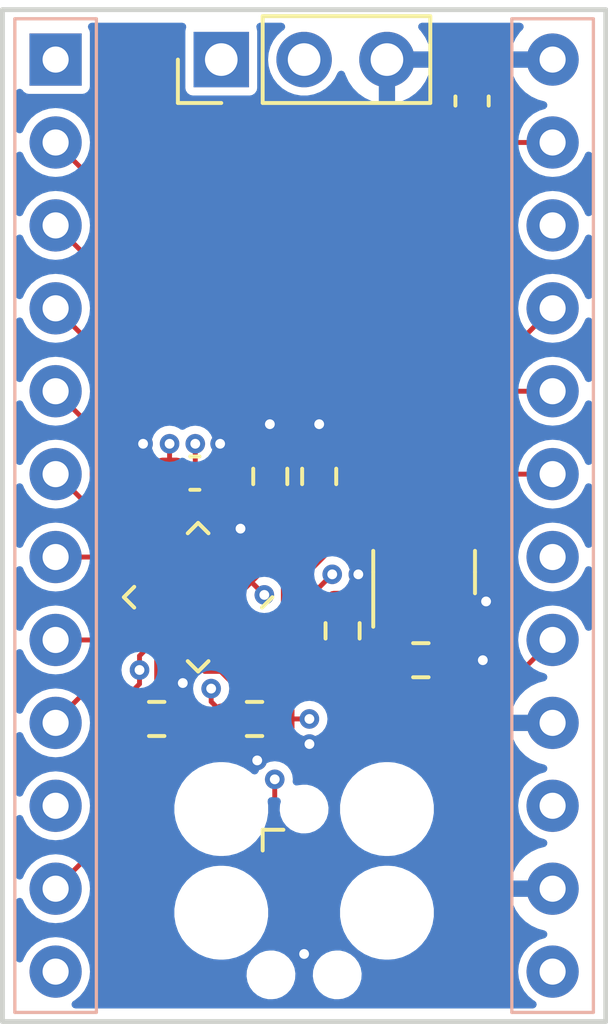
<source format=kicad_pcb>
(kicad_pcb (version 20221018) (generator pcbnew)
  (title_block (title "Bosch KF164 PLL EPROM Replacement") (date "2023-11-17") (rev "2") (company "CommSplice.com") (comment 1 "Robin Olejnik"))
  (layers (0 "F.Cu" signal) (1 "In1.Cu" signal) (2 "In2.Cu" signal) (31 "B.Cu" signal) (34 "B.Paste" user) (35 "F.Paste" user) (36 "B.SilkS" user "B.Silkscreen") (37 "F.SilkS" user "F.Silkscreen") (38 "B.Mask" user) (39 "F.Mask" user) (44 "Edge.Cuts" user))
  (net 0 "")
  (net 1 "+5V")
  (net 2 "GND")
  (net 3 "SWIO")
  (net 4 "RESET")
  (net 7 "SQL")
  (net 8 "A1")
  (net 9 "A0")
  (net 10 "D0")
  (net 11 "D1")
  (net 12 "D2")
  (net 13 "D3")
  (net 14 "D4")
  (net 15 "D5")
  (net 16 "D7")
  (net 17 "PTT_SENSE")
  (net 18 "PTT_OUT")
  (net 19 "TXD")
  (net 20 "RXD")
  (net 21 "DAC")
  (net 22 "ADC")
  (net 23 "Net-(Q1-G)")
  (net 24 "PTT")
  (footprint "Resistor_SMD:R_0603_1608Metric" (layer "F.Cu") (at 145.3175 97.73 180)
    (fp_text reference "R1" hide)
    (fp_text value "47k" hide)
    (fp_line (start -0.237258 -0.5225) (end 0.237258 -0.5225) (stroke (width 0.12)) (layer "F.SilkS"))
    (fp_line (start -0.237258 0.5225) (end 0.237258 0.5225) (stroke (width 0.12)) (layer "F.SilkS"))
    (pad "1" smd roundrect (at -0.825 0 180) (size 0.8 0.95) (layers "F.Cu" "F.Paste" "F.Mask") (net 1 "+5V"))
    (pad "2" smd roundrect (at 0.825 0 180) (size 0.8 0.95) (layers "F.Cu" "F.Paste" "F.Mask") (net 4 "RESET"))
  )
  (footprint "Capacitor_SMD:C_0603_1608Metric" (layer "F.Cu") (at 143.4875 90.2)
    (fp_text reference "C1" hide)
    (fp_text value "100n" hide)
    (fp_line (start -0.14058 -0.51) (end 0.14058 -0.51) (stroke (width 0.12)) (layer "F.SilkS"))
    (fp_line (start -0.14058 0.51) (end 0.14058 0.51) (stroke (width 0.12)) (layer "F.SilkS"))
    (pad "1" smd roundrect (at -0.775 0) (size 0.9 0.95) (layers "F.Cu" "F.Paste" "F.Mask") (net 1 "+5V"))
    (pad "2" smd roundrect (at 0.775 0) (size 0.9 0.95) (layers "F.Cu" "F.Paste" "F.Mask") (net 2 "GND"))
  )
  (footprint "Connector:Tag-Connect_TC2030-IDC-FP_2x03_P1.27mm_Vertical" (layer "F.Cu") (at 146.8375 103.03 -90)
    (fp_text reference "J1" hide)
    (fp_text value "Conn_ARM_SWD_TagConnect_TC2030-NL" hide)
    (fp_line (start -1.905 1.27) (end -1.905 0.635) (stroke (width 0.12)) (layer "F.SilkS"))
    (fp_line (start -1.27 1.27) (end -1.905 1.27) (stroke (width 0.12)) (layer "F.SilkS"))
    (pad "" np_thru_hole circle locked (at -2.54 -2.54 270) (size 2.3749 2.3749) (drill 2.3749) (layers "*.Cu" "*.Mask"))
    (pad "" np_thru_hole circle locked (at -2.54 0 270) (size 0.9906 0.9906) (drill 0.9906) (layers "*.Cu" "*.Mask"))
    (pad "" np_thru_hole circle locked (at -2.54 2.54 270) (size 2.3749 2.3749) (drill 2.3749) (layers "*.Cu" "*.Mask"))
    (pad "" np_thru_hole circle locked (at 0.635 -2.54 270) (size 2.3749 2.3749) (drill 2.3749) (layers "*.Cu" "*.Mask"))
    (pad "" np_thru_hole circle locked (at 0.635 2.54 270) (size 2.3749 2.3749) (drill 2.3749) (layers "*.Cu" "*.Mask"))
    (pad "" np_thru_hole circle locked (at 2.54 -1.016 270) (size 0.9906 0.9906) (drill 0.9906) (layers "*.Cu" "*.Mask"))
    (pad "" np_thru_hole circle locked (at 2.54 1.016 270) (size 0.9906 0.9906) (drill 0.9906) (layers "*.Cu" "*.Mask"))
    (pad "1" connect circle locked (at -1.27 0.635 270) (size 0.7874 0.7874) (layers "F.Cu" "F.Mask") (net 1 "+5V"))
    (pad "2" connect circle locked (at -1.27 -0.635 270) (size 0.7874 0.7874) (layers "F.Cu" "F.Mask") (net 3 "SWIO"))
    (pad "3" connect circle locked (at 0 0.635 270) (size 0.7874 0.7874) (layers "F.Cu" "F.Mask") (net 4 "RESET"))
    (pad "4" connect circle locked (at 0 -0.635 270) (size 0.7874 0.7874) (layers "F.Cu" "F.Mask"))
    (pad "5" connect circle locked (at 1.27 0.635 270) (size 0.7874 0.7874) (layers "F.Cu" "F.Mask") (net 2 "GND"))
    (pad "6" connect circle locked (at 1.27 -0.635 270) (size 0.7874 0.7874) (layers "F.Cu" "F.Mask"))
  )
  (footprint "Package_DFN_QFN:WQFN-20-1EP_3x3mm_P0.4mm_EP1.7x1.7mm" (layer "F.Cu") (at 143.5875 94 -135)
    (fp_text reference "U1" hide)
    (fp_text value "CH32V003F4U6" hide)
    (fp_line (start -1.61 1.61) (end -1.61 1.16) (stroke (width 0.12)) (layer "F.SilkS"))
    (fp_line (start -1.16 -1.61) (end -1.61 -1.61) (stroke (width 0.12)) (layer "F.SilkS"))
    (fp_line (start -1.16 1.61) (end -1.61 1.61) (stroke (width 0.12)) (layer "F.SilkS"))
    (fp_line (start 1.16 -1.61) (end 1.61 -1.61) (stroke (width 0.12)) (layer "F.SilkS"))
    (fp_line (start 1.16 1.61) (end 1.61 1.61) (stroke (width 0.12)) (layer "F.SilkS"))
    (fp_line (start 1.61 -1.61) (end 1.61 -1.16) (stroke (width 0.12)) (layer "F.SilkS"))
    (fp_line (start 1.61 1.61) (end 1.61 1.16) (stroke (width 0.12)) (layer "F.SilkS"))
    (pad "1" smd roundrect (at -1.4625 -0.8 225) (size 0.825 0.2) (layers "F.Cu" "F.Paste" "F.Mask") (net 4 "RESET"))
    (pad "2" smd roundrect (at -1.4625 -0.4 225) (size 0.825 0.2) (layers "F.Cu" "F.Paste" "F.Mask") (net 8 "A1"))
    (pad "3" smd roundrect (at -1.4625 0 225) (size 0.825 0.2) (layers "F.Cu" "F.Paste" "F.Mask") (net 9 "A0"))
    (pad "4" smd roundrect (at -1.4625 0.4 225) (size 0.825 0.2) (layers "F.Cu" "F.Paste" "F.Mask") (net 2 "GND"))
    (pad "5" smd roundrect (at -1.4625 0.8 225) (size 0.825 0.2) (layers "F.Cu" "F.Paste" "F.Mask") (net 21 "DAC"))
    (pad "6" smd roundrect (at -0.8 1.4625 225) (size 0.2 0.825) (layers "F.Cu" "F.Paste" "F.Mask") (net 1 "+5V"))
    (pad "7" smd roundrect (at -0.4 1.4625 225) (size 0.2 0.825) (layers "F.Cu" "F.Paste" "F.Mask") (net 10 "D0"))
    (pad "8" smd roundrect (at 0 1.4625 225) (size 0.2 0.825) (layers "F.Cu" "F.Paste" "F.Mask") (net 11 "D1"))
    (pad "9" smd roundrect (at 0.4 1.4625 225) (size 0.2 0.825) (layers "F.Cu" "F.Paste" "F.Mask") (net 12 "D2"))
    (pad "10" smd roundrect (at 0.8 1.4625 225) (size 0.2 0.825) (layers "F.Cu" "F.Paste" "F.Mask") (net 13 "D3"))
    (pad "11" smd roundrect (at 1.4625 0.8 225) (size 0.825 0.2) (layers "F.Cu" "F.Paste" "F.Mask") (net 14 "D4"))
    (pad "12" smd roundrect (at 1.4625 0.4 225) (size 0.825 0.2) (layers "F.Cu" "F.Paste" "F.Mask") (net 15 "D5"))
    (pad "13" smd roundrect (at 1.4625 0 225) (size 0.825 0.2) (layers "F.Cu" "F.Paste" "F.Mask") (net 7 "SQL"))
    (pad "14" smd roundrect (at 1.4625 -0.4 225) (size 0.825 0.2) (layers "F.Cu" "F.Paste" "F.Mask") (net 16 "D7"))
    (pad "15" smd roundrect (at 1.4625 -0.8 225) (size 0.825 0.2) (layers "F.Cu" "F.Paste" "F.Mask") (net 3 "SWIO"))
    (pad "16" smd roundrect (at 0.8 -1.4625 225) (size 0.2 0.825) (layers "F.Cu" "F.Paste" "F.Mask") (net 17 "PTT_SENSE"))
    (pad "17" smd roundrect (at 0.4 -1.4625 225) (size 0.2 0.825) (layers "F.Cu" "F.Paste" "F.Mask") (net 24 "PTT"))
    (pad "18" smd roundrect (at 0 -1.4625 225) (size 0.2 0.825) (layers "F.Cu" "F.Paste" "F.Mask") (net 22 "ADC"))
    (pad "19" smd roundrect (at -0.4 -1.4625 225) (size 0.2 0.825) (layers "F.Cu" "F.Paste" "F.Mask") (net 19 "TXD"))
    (pad "20" smd roundrect (at -0.8 -1.4625 225) (size 0.2 0.825) (layers "F.Cu" "F.Paste" "F.Mask") (net 20 "RXD"))
    (pad "21" smd rect (at 0 0 225) (size 1.7 1.7) (layers "F.Cu" "F.Mask") (net 2 "GND"))
  )
  (footprint "Resistor_SMD:R_0603_1608Metric" (layer "F.Cu") (at 148.0175 95.03 90)
    (fp_text reference "R5" hide)
    (fp_text value "47k" hide)
    (fp_line (start -0.237258 -0.5225) (end 0.237258 -0.5225) (stroke (width 0.12)) (layer "F.SilkS"))
    (fp_line (start -0.237258 0.5225) (end 0.237258 0.5225) (stroke (width 0.12)) (layer "F.SilkS"))
    (pad "1" smd roundrect (at -0.825 0 90) (size 0.8 0.95) (layers "F.Cu" "F.Paste" "F.Mask") (net 24 "PTT"))
    (pad "2" smd roundrect (at 0.825 0 90) (size 0.8 0.95) (layers "F.Cu" "F.Paste" "F.Mask") (net 23 "Net-(Q1-G)"))
  )
  (footprint "Resistor_SMD:R_0603_1608Metric" (layer "F.Cu") (at 147.3 90.3 90)
    (fp_text reference "R3" hide)
    (fp_text value "47k" hide)
    (fp_line (start -0.237258 -0.5225) (end 0.237258 -0.5225) (stroke (width 0.12)) (layer "F.SilkS"))
    (fp_line (start -0.237258 0.5225) (end 0.237258 0.5225) (stroke (width 0.12)) (layer "F.SilkS"))
    (pad "1" smd roundrect (at -0.825 0 90) (size 0.8 0.95) (layers "F.Cu" "F.Paste" "F.Mask") (net 8 "A1"))
    (pad "2" smd roundrect (at 0.825 0 90) (size 0.8 0.95) (layers "F.Cu" "F.Paste" "F.Mask") (net 2 "GND"))
  )
  (footprint "Package_DIP:DIP-24_W15.24mm_Socket" (layer "F.Cu") (at 139.2175 77.53)
    (fp_text reference "J2" hide)
    (fp_text value "CPD18U42CD" hide)
    (fp_line (start -1.25 -1.25) (end -1.25 29.19) (stroke (width 0.1)) (layer "B.SilkS"))
    (fp_line (start -1.25 -1.25) (end 1.25 -1.25) (stroke (width 0.1)) (layer "B.SilkS"))
    (fp_line (start -1.25 29.19) (end 1.25 29.19) (stroke (width 0.1)) (layer "B.SilkS"))
    (fp_line (start 1.25 29.19) (end 1.25 -1.25) (stroke (width 0.1)) (layer "B.SilkS"))
    (fp_line (start 13.99 -1.25) (end 13.99 29.19) (stroke (width 0.1)) (layer "B.SilkS"))
    (fp_line (start 13.99 -1.25) (end 16.49 -1.25) (stroke (width 0.1)) (layer "B.SilkS"))
    (fp_line (start 13.99 29.19) (end 16.49 29.19) (stroke (width 0.1)) (layer "B.SilkS"))
    (fp_line (start 16.49 29.19) (end 16.49 -1.25) (stroke (width 0.1)) (layer "B.SilkS"))
    (pad "1" thru_hole rect locked (at 0 0) (size 1.6 1.6) (drill 0.8) (layers "*.Cu" "*.Mask") (net 7 "SQL"))
    (pad "2" thru_hole oval locked (at 0 2.54) (size 1.6 1.6) (drill 0.8) (layers "*.Cu" "*.Mask") (net 8 "A1"))
    (pad "3" thru_hole oval locked (at 0 5.08) (size 1.6 1.6) (drill 0.8) (layers "*.Cu" "*.Mask") (net 9 "A0"))
    (pad "4" thru_hole oval locked (at 0 7.62) (size 1.6 1.6) (drill 0.8) (layers "*.Cu" "*.Mask") (net 10 "D0"))
    (pad "5" thru_hole oval locked (at 0 10.16) (size 1.6 1.6) (drill 0.8) (layers "*.Cu" "*.Mask") (net 11 "D1"))
    (pad "6" thru_hole oval locked (at 0 12.7) (size 1.6 1.6) (drill 0.8) (layers "*.Cu" "*.Mask") (net 12 "D2"))
    (pad "7" thru_hole oval locked (at 0 15.24) (size 1.6 1.6) (drill 0.8) (layers "*.Cu" "*.Mask") (net 13 "D3"))
    (pad "8" thru_hole oval locked (at 0 17.78) (size 1.6 1.6) (drill 0.8) (layers "*.Cu" "*.Mask") (net 14 "D4"))
    (pad "9" thru_hole oval locked (at 0 20.32) (size 1.6 1.6) (drill 0.8) (layers "*.Cu" "*.Mask") (net 15 "D5"))
    (pad "10" thru_hole oval locked (at 0 22.86) (size 1.6 1.6) (drill 0.8) (layers "*.Cu" "*.Mask"))
    (pad "11" thru_hole oval locked (at 0 25.4) (size 1.6 1.6) (drill 0.8) (layers "*.Cu" "*.Mask") (net 16 "D7"))
    (pad "12" thru_hole oval locked (at 0 27.94) (size 1.6 1.6) (drill 0.8) (layers "*.Cu" "*.Mask") (net 1 "+5V"))
    (pad "13" thru_hole oval locked (at 15.24 27.94) (size 1.6 1.6) (drill 0.8) (layers "*.Cu" "*.Mask") (net 1 "+5V"))
    (pad "14" thru_hole oval locked (at 15.24 25.4) (size 1.6 1.6) (drill 0.8) (layers "*.Cu" "*.Mask") (net 2 "GND"))
    (pad "15" thru_hole oval locked (at 15.24 22.86) (size 1.6 1.6) (drill 0.8) (layers "*.Cu" "*.Mask") (net 1 "+5V"))
    (pad "16" thru_hole oval locked (at 15.24 20.32) (size 1.6 1.6) (drill 0.8) (layers "*.Cu" "*.Mask") (net 2 "GND"))
    (pad "17" thru_hole oval locked (at 15.24 17.78) (size 1.6 1.6) (drill 0.8) (layers "*.Cu" "*.Mask") (net 17 "PTT_SENSE"))
    (pad "18" thru_hole oval locked (at 15.24 15.24) (size 1.6 1.6) (drill 0.8) (layers "*.Cu" "*.Mask"))
    (pad "19" thru_hole oval locked (at 15.24 12.7) (size 1.6 1.6) (drill 0.8) (layers "*.Cu" "*.Mask") (net 18 "PTT_OUT"))
    (pad "20" thru_hole oval locked (at 15.24 10.16) (size 1.6 1.6) (drill 0.8) (layers "*.Cu" "*.Mask") (net 19 "TXD"))
    (pad "21" thru_hole oval locked (at 15.24 7.62) (size 1.6 1.6) (drill 0.8) (layers "*.Cu" "*.Mask") (net 20 "RXD"))
    (pad "22" thru_hole oval locked (at 15.24 5.08) (size 1.6 1.6) (drill 0.8) (layers "*.Cu" "*.Mask") (net 1 "+5V"))
    (pad "23" thru_hole oval locked (at 15.24 2.54) (size 1.6 1.6) (drill 0.8) (layers "*.Cu" "*.Mask") (net 1 "+5V"))
    (pad "24" thru_hole oval locked (at 15.24 0) (size 1.6 1.6) (drill 0.8) (layers "*.Cu" "*.Mask") (net 2 "GND"))
  )
  (footprint "Resistor_SMD:R_0603_1608Metric" (layer "F.Cu") (at 145.8 90.3 90)
    (fp_text reference "R2" hide)
    (fp_text value "47k" hide)
    (fp_line (start -0.237258 -0.5225) (end 0.237258 -0.5225) (stroke (width 0.12)) (layer "F.SilkS"))
    (fp_line (start -0.237258 0.5225) (end 0.237258 0.5225) (stroke (width 0.12)) (layer "F.SilkS"))
    (pad "1" smd roundrect (at -0.825 0 90) (size 0.8 0.95) (layers "F.Cu" "F.Paste" "F.Mask") (net 9 "A0"))
    (pad "2" smd roundrect (at 0.825 0 90) (size 0.8 0.95) (layers "F.Cu" "F.Paste" "F.Mask") (net 2 "GND"))
  )
  (footprint "Package_TO_SOT_SMD:SOT-23" (layer "F.Cu") (at 150.5175 93.23 90)
    (fp_text reference "Q1" hide)
    (fp_text value "AO3400A" hide)
    (fp_line (start 0 -1.56) (end -1.675 -1.56) (stroke (width 0.12)) (layer "F.SilkS"))
    (fp_line (start 0 -1.56) (end 0.65 -1.56) (stroke (width 0.12)) (layer "F.SilkS"))
    (fp_line (start 0 1.56) (end -0.65 1.56) (stroke (width 0.12)) (layer "F.SilkS"))
    (fp_line (start 0 1.56) (end 0.65 1.56) (stroke (width 0.12)) (layer "F.SilkS"))
    (pad "1" smd roundrect (at -0.9375 -0.95 90) (size 1.475 0.6) (layers "F.Cu" "F.Paste" "F.Mask") (net 23 "Net-(Q1-G)"))
    (pad "2" smd roundrect (at -0.9375 0.95 90) (size 1.475 0.6) (layers "F.Cu" "F.Paste" "F.Mask") (net 2 "GND"))
    (pad "3" smd roundrect (at 0.9375 0 90) (size 1.475 0.6) (layers "F.Cu" "F.Paste" "F.Mask") (net 18 "PTT_OUT"))
  )
  (footprint "Capacitor_SMD:C_0603_1608Metric" (layer "F.Cu") (at 151.9875 78.8 90)
    (fp_text reference "C2" hide)
    (fp_text value "10u" hide)
    (fp_line (start -0.14058 -0.51) (end 0.14058 -0.51) (stroke (width 0.12)) (layer "F.SilkS"))
    (fp_line (start -0.14058 0.51) (end 0.14058 0.51) (stroke (width 0.12)) (layer "F.SilkS"))
    (pad "1" smd roundrect (at -0.775 0 90) (size 0.9 0.95) (layers "F.Cu" "F.Paste" "F.Mask") (net 1 "+5V"))
    (pad "2" smd roundrect (at 0.775 0 90) (size 0.9 0.95) (layers "F.Cu" "F.Paste" "F.Mask") (net 2 "GND"))
  )
  (footprint "Resistor_SMD:R_0603_1608Metric" (layer "F.Cu") (at 150.4175 95.93)
    (fp_text reference "R6" hide)
    (fp_text value "47k" hide)
    (fp_line (start -0.237258 -0.5225) (end 0.237258 -0.5225) (stroke (width 0.12)) (layer "F.SilkS"))
    (fp_line (start -0.237258 0.5225) (end 0.237258 0.5225) (stroke (width 0.12)) (layer "F.SilkS"))
    (pad "1" smd roundrect (at -0.825 0) (size 0.8 0.95) (layers "F.Cu" "F.Paste" "F.Mask") (net 23 "Net-(Q1-G)"))
    (pad "2" smd roundrect (at 0.825 0) (size 0.8 0.95) (layers "F.Cu" "F.Paste" "F.Mask") (net 2 "GND"))
  )
  (footprint "Connector_PinHeader_2.54mm:PinHeader_1x03_P2.54mm_Vertical" (layer "F.Cu") (at 144.2975 77.53 90)
    (fp_text reference "J4" hide)
    (fp_text value "audio" hide)
    (fp_line (start -1.33 -1.33) (end 0 -1.33) (stroke (width 0.12)) (layer "F.SilkS"))
    (fp_line (start -1.33 0) (end -1.33 -1.33) (stroke (width 0.12)) (layer "F.SilkS"))
    (fp_line (start -1.33 1.27) (end -1.33 6.41) (stroke (width 0.12)) (layer "F.SilkS"))
    (fp_line (start -1.33 1.27) (end 1.33 1.27) (stroke (width 0.12)) (layer "F.SilkS"))
    (fp_line (start -1.33 6.41) (end 1.33 6.41) (stroke (width 0.12)) (layer "F.SilkS"))
    (fp_line (start 1.33 1.27) (end 1.33 6.41) (stroke (width 0.12)) (layer "F.SilkS"))
    (pad "1" thru_hole rect locked (at 0 0 90) (size 1.7 1.7) (drill 1) (layers "*.Cu" "*.Mask") (net 21 "DAC"))
    (pad "2" thru_hole oval locked (at 0 2.54 90) (size 1.7 1.7) (drill 1) (layers "*.Cu" "*.Mask") (net 22 "ADC"))
    (pad "3" thru_hole oval locked (at 0 5.08 90) (size 1.7 1.7) (drill 1) (layers "*.Cu" "*.Mask") (net 2 "GND"))
  )
  (footprint "Resistor_SMD:R_0603_1608Metric" (layer "F.Cu") (at 142.3175 97.73)
    (fp_text reference "R4" hide)
    (fp_text value "47k" hide)
    (fp_line (start -0.237258 -0.5225) (end 0.237258 -0.5225) (stroke (width 0.12)) (layer "F.SilkS"))
    (fp_line (start -0.237258 0.5225) (end 0.237258 0.5225) (stroke (width 0.12)) (layer "F.SilkS"))
    (pad "1" smd roundrect (at -0.825 0) (size 0.8 0.95) (layers "F.Cu" "F.Paste" "F.Mask") (net 7 "SQL"))
    (pad "2" smd roundrect (at 0.825 0) (size 0.8 0.95) (layers "F.Cu" "F.Paste" "F.Mask") (net 2 "GND"))
  )
  (gr_line (start 137.5875 76) (end 156.0875 76) (stroke (width 0.15)) (layer "Edge.Cuts"))
  (gr_line (start 137.5875 107) (end 137.5875 76) (stroke (width 0.15)) (layer "Edge.Cuts"))
  (gr_line (start 156.0875 76) (end 156.0875 107) (stroke (width 0.15)) (layer "Edge.Cuts"))
  (gr_line (start 156.0875 107) (end 137.5875 107) (stroke (width 0.15)) (layer "Edge.Cuts"))
  (segment (start 145.9375 100.98) (end 145.9375 99.58) (width 0.15) (layer "F.Cu") (net 1))
  (segment (start 146.2025 101.76) (end 146.2025 101.245) (width 0.15) (layer "F.Cu") (net 1))
  (segment (start 147 97.73) (end 146.1425 97.73) (width 0.15) (layer "F.Cu") (net 1))
  (segment (start 146.2025 101.245) (end 145.9375 100.98) (width 0.15) (layer "F.Cu") (net 1))
  (segment (start 153.27 80.07) (end 152.775 79.575) (width 0.15) (layer "F.Cu") (net 1))
  (segment (start 142.7125 90.2) (end 142.7125 91.993629) (width 0.15) (layer "F.Cu") (net 1))
  (segment (start 152.775 79.575) (end 151.9875 79.575) (width 0.15) (layer "F.Cu") (net 1))
  (segment (start 142.7125 89.3) (end 142.7125 90.2) (width 0.15) (layer "F.Cu") (net 1))
  (segment (start 142.7125 91.993629) (end 143.119042 92.400171) (width 0.15) (layer "F.Cu") (net 1))
  (segment (start 154.4575 80.07) (end 153.27 80.07) (width 0.15) (layer "F.Cu") (net 1))
  (via (at 142.7125 89.3) (size 0.6) (drill 0.3) (layers "F.Cu" "B.Cu") (net 1))
  (via (at 145.9375 99.58) (size 0.6) (drill 0.3) (layers "F.Cu" "B.Cu") (net 1))
  (via (at 147 97.73) (size 0.6) (drill 0.3) (layers "F.Cu" "B.Cu") (net 1))
  (segment (start 144.338801 92.683014) (end 143.5875 93.434315) (width 0.15) (layer "F.Cu") (net 2))
  (segment (start 144.8875 91.9) (end 144.2625 91.275) (width 0.15) (layer "F.Cu") (net 2))
  (segment (start 143.1425 96.655) (end 143.1175 96.63) (width 0.15) (layer "F.Cu") (net 2))
  (segment (start 146.2025 104.3) (end 146.2075 104.3) (width 0.15) (layer "F.Cu") (net 2))
  (segment (start 146.2075 104.3) (end 146.8375 104.93) (width 0.15) (layer "F.Cu") (net 2))
  (segment (start 144.8875 92.134315) (end 144.338801 92.683014) (width 0.15) (layer "F.Cu") (net 2))
  (segment (start 145.7875 89.4625) (end 145.7875 88.7) (width 0.15) (layer "F.Cu") (net 2))
  (segment (start 145.8 89.475) (end 145.7875 89.4625) (width 0.15) (layer "F.Cu") (net 2))
  (segment (start 152.38 94.1675) (end 152.4175 94.13) (width 0.15) (layer "F.Cu") (net 2))
  (segment (start 153.27 77.53) (end 152.775 78.025) (width 0.15) (layer "F.Cu") (net 2))
  (segment (start 147.3 88.7) (end 147.3 89.475) (width 0.15) (layer "F.Cu") (net 2))
  (segment (start 144.2625 91.275) (end 144.2625 90.2) (width 0.15) (layer "F.Cu") (net 2))
  (segment (start 151.4675 94.1675) (end 152.38 94.1675) (width 0.15) (layer "F.Cu") (net 2))
  (segment (start 151.2425 95.93) (end 152.3175 95.93) (width 0.15) (layer "F.Cu") (net 2))
  (segment (start 152.775 78.025) (end 151.9875 78.025) (width 0.15) (layer "F.Cu") (net 2))
  (segment (start 143.5875 93.434315) (end 143.5875 94) (width 0.15) (layer "F.Cu") (net 2))
  (segment (start 154.4575 77.53) (end 153.27 77.53) (width 0.15) (layer "F.Cu") (net 2))
  (segment (start 144.2625 89.3) (end 144.2625 90.2) (width 0.15) (layer "F.Cu") (net 2))
  (segment (start 144.8875 91.9) (end 144.8875 92.134315) (width 0.15) (layer "F.Cu") (net 2))
  (segment (start 143.1425 97.73) (end 143.1425 96.655) (width 0.15) (layer "F.Cu") (net 2))
  (via (at 141.9 89.3) (size 0.6) (drill 0.3) (layers "F.Cu" "B.Cu") (net 2))
  (via (at 148.5 93.3) (size 0.6) (drill 0.3) (layers "F.Cu" "B.Cu") (net 2))
  (via (at 145.4 99) (size 0.6) (drill 0.3) (layers "F.Cu" "B.Cu") (net 2))
  (via (at 152.4175 94.13) (size 0.6) (drill 0.3) (layers "F.Cu" "B.Cu") (net 2))
  (via (at 147.001193 98.49875) (size 0.6) (drill 0.3) (layers "F.Cu" "B.Cu") (net 2))
  (via (at 147.3 88.7) (size 0.6) (drill 0.3) (layers "F.Cu" "B.Cu") (net 2))
  (via (at 143.1175 96.63) (size 0.6) (drill 0.3) (layers "F.Cu" "B.Cu") (net 2))
  (via (at 152.3175 95.93) (size 0.6) (drill 0.3) (layers "F.Cu" "B.Cu") (net 2))
  (via (at 146.8375 104.93) (size 0.6) (drill 0.3) (layers "F.Cu" "B.Cu") (net 2))
  (via (at 144.2625 89.3) (size 0.6) (drill 0.3) (layers "F.Cu" "B.Cu") (net 2))
  (via (at 145.7875 88.7) (size 0.6) (drill 0.3) (layers "F.Cu" "B.Cu") (net 2))
  (via (at 144.8875 91.9) (size 0.6) (drill 0.3) (layers "F.Cu" "B.Cu") (net 2))
  (segment (start 147.7875 100.93) (end 147.7875 100.03) (width 0.15) (layer "F.Cu") (net 3))
  (segment (start 147.4725 101.245) (end 147.7875 100.93) (width 0.15) (layer "F.Cu") (net 3))
  (segment (start 147.4725 101.76) (end 147.4725 101.245) (width 0.15) (layer "F.Cu") (net 3))
  (segment (start 143.791813 96.2726) (end 143.119042 95.599829) (width 0.15) (layer "F.Cu") (net 3))
  (segment (start 146.08 98.88) (end 145.3375 98.1375) (width 0.15) (layer "F.Cu") (net 3))
  (segment (start 146.6375 98.88) (end 146.08 98.88) (width 0.15) (layer "F.Cu") (net 3))
  (segment (start 145.3375 98.1375) (end 145.3375 97.33) (width 0.15) (layer "F.Cu") (net 3))
  (segment (start 147.7875 100.03) (end 146.6375 98.88) (width 0.15) (layer "F.Cu") (net 3))
  (segment (start 144.2801 96.2726) (end 143.791813 96.2726) (width 0.15) (layer "F.Cu") (net 3))
  (segment (start 145.3375 97.33) (end 144.2801 96.2726) (width 0.15) (layer "F.Cu") (net 3))
  (segment (start 143.9875 97.2) (end 144.4925 97.705) (width 0.15) (layer "F.Cu") (net 4))
  (segment (start 145.219042 93.531542) (end 145.187329 93.531542) (width 0.15) (layer "F.Cu") (net 4))
  (segment (start 143.1875 102.08) (end 145.2525 102.08) (width 0.15) (layer "F.Cu") (net 4))
  (segment (start 145.6175 93.93) (end 145.219042 93.531542) (width 0.15) (layer "F.Cu") (net 4))
  (segment (start 142.4375 101.33) (end 143.1875 102.08) (width 0.15) (layer "F.Cu") (net 4))
  (segment (start 144.4925 97.705) (end 144.4925 97.73) (width 0.15) (layer "F.Cu") (net 4))
  (segment (start 145.2525 102.08) (end 146.2025 103.03) (width 0.15) (layer "F.Cu") (net 4))
  (segment (start 144.4925 97.73) (end 142.4375 99.785) (width 0.15) (layer "F.Cu") (net 4))
  (segment (start 143.9875 96.8) (end 143.9875 97.2) (width 0.15) (layer "F.Cu") (net 4))
  (segment (start 142.4375 99.785) (end 142.4375 101.33) (width 0.15) (layer "F.Cu") (net 4))
  (via (at 145.6175 93.93) (size 0.6) (drill 0.3) (layers "F.Cu" "B.Cu") (net 4))
  (via (at 143.9875 96.8) (size 0.6) (drill 0.3) (layers "F.Cu" "B.Cu") (net 4))
  (segment (start 141.4925 96.955) (end 141.4925 97.73) (width 0.15) (layer "F.Cu") (net 7))
  (segment (start 141.7906 96.23) (end 141.7906 96.6569) (width 0.15) (layer "F.Cu") (net 7))
  (segment (start 141.7906 95.7969) (end 142.553356 95.034144) (width 0.15) (layer "F.Cu") (net 7))
  (segment (start 141.7906 96.6569) (end 141.4925 96.955) (width 0.15) (layer "F.Cu") (net 7))
  (segment (start 141.7906 96.23) (end 141.7906 95.7969) (width 0.15) (layer "F.Cu") (net 7))
  (via (at 141.7906 96.23) (size 0.6) (drill 0.3) (layers "F.Cu" "B.Cu") (net 7))
  (segment (start 144.904486 93.248699) (end 145.953185 92.2) (width 0.15) (layer "F.Cu") (net 8))
  (segment (start 146.7125 91.125) (end 146.5375 90.95) (width 0.15) (layer "F.Cu") (net 8))
  (segment (start 147.3 91.7) (end 147.3 91.125) (width 0.15) (layer "F.Cu") (net 8))
  (segment (start 145.953185 92.2) (end 146.8 92.2) (width 0.15) (layer "F.Cu") (net 8))
  (segment (start 146.5375 87.39) (end 139.2175 80.07) (width 0.15) (layer "F.Cu") (net 8))
  (segment (start 146.8 92.2) (end 147.3 91.7) (width 0.15) (layer "F.Cu") (net 8))
  (segment (start 147.3 91.125) (end 146.7125 91.125) (width 0.15) (layer "F.Cu") (net 8))
  (segment (start 146.5375 90.95) (end 146.5375 87.39) (width 0.15) (layer "F.Cu") (net 8))
  (segment (start 145.225 91.125) (end 145.8 91.125) (width 0.15) (layer "F.Cu") (net 9))
  (segment (start 145 90.9) (end 145.225 91.125) (width 0.15) (layer "F.Cu") (net 9))
  (segment (start 145.8 91.788707) (end 144.622851 92.965856) (width 0.15) (layer "F.Cu") (net 9))
  (segment (start 145.8 91.125) (end 145.8 91.788707) (width 0.15) (layer "F.Cu") (net 9))
  (segment (start 145 88.3925) (end 145 90.9) (width 0.15) (layer "F.Cu") (net 9))
  (segment (start 144.622851 92.965856) (end 144.621644 92.965856) (width 0.15) (layer "F.Cu") (net 9))
  (segment (start 139.2175 82.61) (end 145 88.3925) (width 0.15) (layer "F.Cu") (net 9))
  (segment (start 140.6875 90.534315) (end 140.6875 86.62) (width 0.15) (layer "F.Cu") (net 10))
  (segment (start 142.836199 92.683014) (end 140.6875 90.534315) (width 0.15) (layer "F.Cu") (net 10))
  (segment (start 140.6875 86.62) (end 139.2175 85.15) (width 0.15) (layer "F.Cu") (net 10))
  (segment (start 142.553356 92.965856) (end 140.3375 90.75) (width 0.15) (layer "F.Cu") (net 11))
  (segment (start 140.3375 88.81) (end 139.2175 87.69) (width 0.15) (layer "F.Cu") (net 11))
  (segment (start 140.3375 90.75) (end 140.3375 88.81) (width 0.15) (layer "F.Cu") (net 11))
  (segment (start 139.2175 90.23) (end 139.251815 90.23) (width 0.15) (layer "F.Cu") (net 12))
  (segment (start 139.251815 90.23) (end 142.270514 93.248699) (width 0.15) (layer "F.Cu") (net 12))
  (segment (start 141.987671 93.531542) (end 141.226129 92.77) (width 0.15) (layer "F.Cu") (net 13))
  (segment (start 141.226129 92.77) (end 139.2175 92.77) (width 0.15) (layer "F.Cu") (net 13))
  (segment (start 139.2175 95.31) (end 141.146129 95.31) (width 0.15) (layer "F.Cu") (net 14))
  (segment (start 141.146129 95.31) (end 141.987671 94.468458) (width 0.15) (layer "F.Cu") (net 14))
  (segment (start 139.2175 97.804315) (end 142.270514 94.751301) (width 0.15) (layer "F.Cu") (net 15))
  (segment (start 139.2175 97.85) (end 139.2175 97.804315) (width 0.15) (layer "F.Cu") (net 15))
  (segment (start 142.3175 95.835685) (end 142.836199 95.316986) (width 0.15) (layer "F.Cu") (net 16))
  (segment (start 140.4175 100.03) (end 142.3175 98.13) (width 0.15) (layer "F.Cu") (net 16))
  (segment (start 142.3175 98.13) (end 142.3175 95.835685) (width 0.15) (layer "F.Cu") (net 16))
  (segment (start 139.2175 102.93) (end 140.4175 101.73) (width 0.15) (layer "F.Cu") (net 16))
  (segment (start 140.4175 101.73) (end 140.4175 100.03) (width 0.15) (layer "F.Cu") (net 16))
  (segment (start 145.286129 96.83) (end 144.055958 95.599829) (width 0.15) (layer "F.Cu") (net 17))
  (segment (start 154.4575 95.31) (end 152.9375 96.83) (width 0.15) (layer "F.Cu") (net 17))
  (segment (start 152.9375 96.83) (end 145.286129 96.83) (width 0.15) (layer "F.Cu") (net 17))
  (segment (start 151.5575 90.23) (end 154.4575 90.23) (width 0.15) (layer "F.Cu") (net 18))
  (segment (start 150.5175 92.2925) (end 150.5175 91.27) (width 0.15) (layer "F.Cu") (net 18))
  (segment (start 150.5175 91.27) (end 151.5575 90.23) (width 0.15) (layer "F.Cu") (net 18))
  (segment (start 145.255585 95.1024) (end 145.8976 95.1024) (width 0.15) (layer "F.Cu") (net 19))
  (segment (start 144.904486 94.751301) (end 145.255585 95.1024) (width 0.15) (layer "F.Cu") (net 19))
  (segment (start 146.6175 93.5825) (end 152.51 87.69) (width 0.15) (layer "F.Cu") (net 19))
  (segment (start 152.51 87.69) (end 154.4575 87.69) (width 0.15) (layer "F.Cu") (net 19))
  (segment (start 145.8976 95.1024) (end 146.6175 94.3825) (width 0.15) (layer "F.Cu") (net 19))
  (segment (start 146.6175 94.3825) (end 146.6175 93.5825) (width 0.15) (layer "F.Cu") (net 19))
  (segment (start 145.7 94.8) (end 146.2 94.3) (width 0.15) (layer "F.Cu") (net 20))
  (segment (start 146.2 93.4075) (end 154.4575 85.15) (width 0.15) (layer "F.Cu") (net 20))
  (segment (start 145.187329 94.468458) (end 145.518871 94.8) (width 0.15) (layer "F.Cu") (net 20))
  (segment (start 146.2 94.3) (end 146.2 93.4075) (width 0.15) (layer "F.Cu") (net 20))
  (segment (start 145.518871 94.8) (end 145.7 94.8) (width 0.15) (layer "F.Cu") (net 20))
  (segment (start 143.5 91.844213) (end 144.055958 92.400171) (width 0.15) (layer "F.Cu") (net 21))
  (segment (start 143.5 89.3) (end 143.5 91.844213) (width 0.15) (layer "F.Cu") (net 21))
  (via (at 143.5 89.3) (size 0.6) (drill 0.3) (layers "F.Cu" "B.Cu") (net 21))
  (segment (start 147.0175 93.9825) (end 147.0175 94.4825) (width 0.15) (layer "F.Cu") (net 22))
  (segment (start 147.0175 94.4825) (end 145.9652 95.5348) (width 0.15) (layer "F.Cu") (net 22))
  (segment (start 145.1223 95.5348) (end 144.621644 95.034144) (width 0.15) (layer "F.Cu") (net 22))
  (segment (start 145.9652 95.5348) (end 145.1223 95.5348) (width 0.15) (layer "F.Cu") (net 22))
  (segment (start 147.7 93.3) (end 147.0175 93.9825) (width 0.15) (layer "F.Cu") (net 22))
  (via (at 147.7 93.3) (size 0.6) (drill 0.3) (layers "F.Cu" "B.Cu") (net 22))
  (segment (start 148.0175 94.205) (end 149.53 94.205) (width 0.15) (layer "F.Cu") (net 23))
  (segment (start 149.5925 94.1925) (end 149.5675 94.1675) (width 0.15) (layer "F.Cu") (net 23))
  (segment (start 149.53 94.205) (end 149.5675 94.1675) (width 0.15) (layer "F.Cu") (net 23))
  (segment (start 149.5925 95.93) (end 149.5925 94.1925) (width 0.15) (layer "F.Cu") (net 23))
  (segment (start 147.9953 95.8372) (end 147.9975 95.835) (width 0.15) (layer "F.Cu") (net 24))
  (segment (start 144.338801 95.316986) (end 144.876815 95.855) (width 0.15) (layer "F.Cu") (net 24))
  (segment (start 144.876815 95.855) (end 148.0175 95.855) (width 0.15) (layer "F.Cu") (net 24))
  (zone (net 2) (net_name "GND") (layers "In1.Cu" "B.Cu") (connect_pads (clearance 0.25)) (min_thickness 0.25) (fill yes (thermal_gap 0.5) (thermal_bridge_width 0.5))
    (polygon (pts (xy 137.5875 76) (xy 156.0875 76) (xy 156.0875 107) (xy 137.5875 107)))
  )
)
</source>
